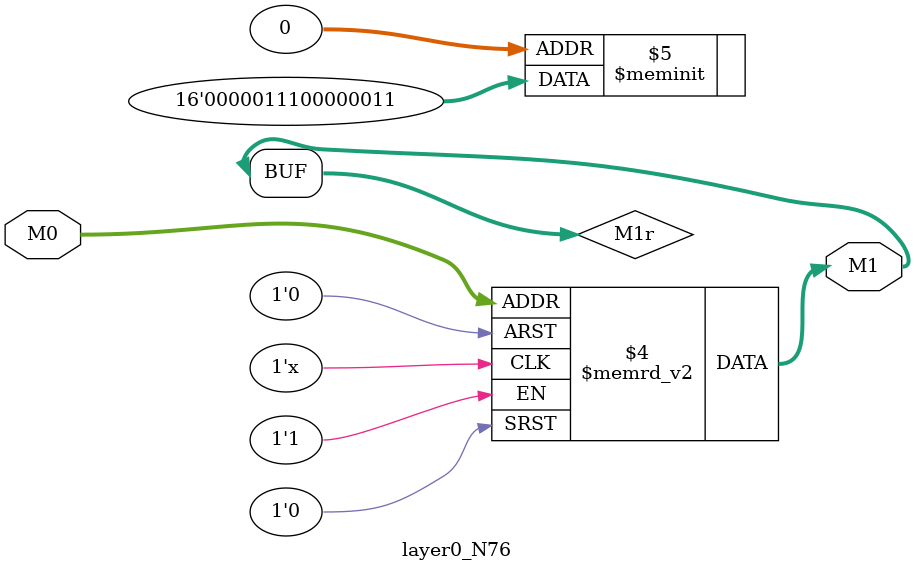
<source format=v>
module layer0_N76 ( input [2:0] M0, output [1:0] M1 );

	(*rom_style = "distributed" *) reg [1:0] M1r;
	assign M1 = M1r;
	always @ (M0) begin
		case (M0)
			3'b000: M1r = 2'b11;
			3'b100: M1r = 2'b11;
			3'b010: M1r = 2'b00;
			3'b110: M1r = 2'b00;
			3'b001: M1r = 2'b00;
			3'b101: M1r = 2'b01;
			3'b011: M1r = 2'b00;
			3'b111: M1r = 2'b00;

		endcase
	end
endmodule

</source>
